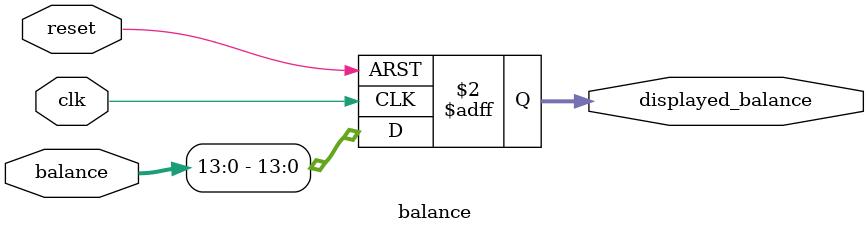
<source format=v>
`timescale 1ns / 1ps
module balance(
    input clk,
    input reset,
    input [15:0] balance, // Current balance
    output reg [13:0] displayed_balance 
);

reg [3:0] digits [0:3]; // Array to hold digits (up to 4 digits)
reg [2:0] display_counter; // Counter for multiplexing
reg [9:0] number_to_display; // Number to display (e.g., 500)
always @(posedge clk or posedge reset) begin
    if (reset)
        displayed_balance <= 14'b00000000000000; // Reset balance display
    else
        displayed_balance <= balance; // Display current balance
end
endmodule




</source>
